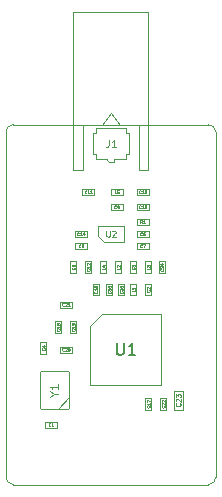
<source format=gbr>
%TF.GenerationSoftware,KiCad,Pcbnew,5.1.6+dfsg1-1~bpo10+1*%
%TF.CreationDate,2020-07-10T20:01:31+00:00*%
%TF.ProjectId,ProMicro_LORA,50726f4d-6963-4726-9f5f-4c4f52412e6b,v1.1*%
%TF.SameCoordinates,Original*%
%TF.FileFunction,Other,Fab,Top*%
%FSLAX45Y45*%
G04 Gerber Fmt 4.5, Leading zero omitted, Abs format (unit mm)*
G04 Created by KiCad (PCBNEW 5.1.6+dfsg1-1~bpo10+1) date 2020-07-10 20:01:31*
%MOMM*%
%LPD*%
G01*
G04 APERTURE LIST*
%TA.AperFunction,Profile*%
%ADD10C,0.100000*%
%TD*%
%ADD11C,0.100000*%
%ADD12C,0.150000*%
%ADD13C,0.090000*%
%ADD14C,0.040000*%
%ADD15C,0.075000*%
%ADD16C,0.060000*%
%ADD17C,0.105000*%
G04 APERTURE END LIST*
D10*
X-127000Y2857500D02*
X-127000Y-63500D01*
X1651000Y2857500D02*
X1651000Y-63500D01*
X-127000Y2857500D02*
G75*
G02*
X-63500Y2921000I63500J0D01*
G01*
X1587500Y2921000D02*
G75*
G02*
X1651000Y2857500I0J-63500D01*
G01*
X-63500Y2921000D02*
X1587500Y2921000D01*
X1651000Y-63500D02*
G75*
G02*
X1587500Y-127000I-63500J0D01*
G01*
X-63500Y-127000D02*
G75*
G02*
X-127000Y-63500I0J63500D01*
G01*
X1587500Y-127000D02*
X-63500Y-127000D01*
D11*
X689000Y1316000D02*
X1189000Y1316000D01*
X1189000Y1316000D02*
X1189000Y716000D01*
X1189000Y716000D02*
X589000Y716000D01*
X589000Y716000D02*
X589000Y1216000D01*
X589000Y1216000D02*
X689000Y1316000D01*
X912000Y2668000D02*
X892000Y2668000D01*
X892000Y2668000D02*
X892000Y2628000D01*
X792000Y2628000D02*
X892000Y2628000D01*
X792000Y2603000D02*
X792000Y2628000D01*
X792000Y2603000D02*
X747000Y2603000D01*
X732000Y2618000D02*
X732000Y2628000D01*
X732000Y2628000D02*
X632000Y2628000D01*
X612000Y2668000D02*
X632000Y2668000D01*
X632000Y2668000D02*
X632000Y2628000D01*
X912000Y2668000D02*
X912000Y2848000D01*
X912000Y2848000D02*
X892000Y2848000D01*
X892000Y2888000D02*
X892000Y2848000D01*
X632000Y2888000D02*
X892000Y2888000D01*
X612000Y2668000D02*
X612000Y2848000D01*
X612000Y2848000D02*
X632000Y2848000D01*
X632000Y2888000D02*
X632000Y2848000D01*
X732000Y2618000D02*
X747000Y2603000D01*
X875900Y1474000D02*
X825900Y1474000D01*
X825900Y1474000D02*
X825900Y1574000D01*
X825900Y1574000D02*
X875900Y1574000D01*
X875900Y1574000D02*
X875900Y1474000D01*
X1218800Y1664500D02*
X1168800Y1664500D01*
X1168800Y1664500D02*
X1168800Y1764500D01*
X1168800Y1764500D02*
X1218800Y1764500D01*
X1218800Y1764500D02*
X1218800Y1664500D01*
X558000Y2018900D02*
X558000Y1968900D01*
X558000Y1968900D02*
X458000Y1968900D01*
X458000Y1968900D02*
X458000Y2018900D01*
X458000Y2018900D02*
X558000Y2018900D01*
X981000Y2197500D02*
X981000Y2247500D01*
X981000Y2247500D02*
X1081000Y2247500D01*
X1081000Y2247500D02*
X1081000Y2197500D01*
X1081000Y2197500D02*
X981000Y2197500D01*
X546500Y1764500D02*
X596500Y1764500D01*
X596500Y1764500D02*
X596500Y1664500D01*
X596500Y1664500D02*
X546500Y1664500D01*
X546500Y1664500D02*
X546500Y1764500D01*
X621500Y2374500D02*
X621500Y2324500D01*
X621500Y2324500D02*
X521500Y2324500D01*
X521500Y2324500D02*
X521500Y2374500D01*
X521500Y2374500D02*
X621500Y2374500D01*
X981000Y2324500D02*
X981000Y2374500D01*
X981000Y2374500D02*
X1081000Y2374500D01*
X1081000Y2374500D02*
X1081000Y2324500D01*
X1081000Y2324500D02*
X981000Y2324500D01*
X860500Y2247500D02*
X860500Y2197500D01*
X860500Y2197500D02*
X760500Y2197500D01*
X760500Y2197500D02*
X760500Y2247500D01*
X760500Y2247500D02*
X860500Y2247500D01*
X558000Y1917300D02*
X558000Y1867300D01*
X558000Y1867300D02*
X458000Y1867300D01*
X458000Y1867300D02*
X458000Y1917300D01*
X458000Y1917300D02*
X558000Y1917300D01*
X981000Y1867300D02*
X981000Y1917300D01*
X981000Y1917300D02*
X1081000Y1917300D01*
X1081000Y1917300D02*
X1081000Y1867300D01*
X1081000Y1867300D02*
X981000Y1867300D01*
X981000Y2018900D02*
X1081000Y2018900D01*
X981000Y1968900D02*
X981000Y2018900D01*
X1081000Y1968900D02*
X981000Y1968900D01*
X1081000Y2018900D02*
X1081000Y1968900D01*
X469500Y1664500D02*
X419500Y1664500D01*
X419500Y1664500D02*
X419500Y1764500D01*
X419500Y1764500D02*
X469500Y1764500D01*
X469500Y1764500D02*
X469500Y1664500D01*
X927500Y1764500D02*
X977500Y1764500D01*
X977500Y1764500D02*
X977500Y1664500D01*
X977500Y1664500D02*
X927500Y1664500D01*
X927500Y1664500D02*
X927500Y1764500D01*
X1104500Y1474000D02*
X1054500Y1474000D01*
X1054500Y1474000D02*
X1054500Y1574000D01*
X1054500Y1574000D02*
X1104500Y1574000D01*
X1104500Y1574000D02*
X1104500Y1474000D01*
X652000Y2061400D02*
X652000Y1976400D01*
X702000Y1926400D02*
X872000Y1926400D01*
X652000Y2061400D02*
X872000Y2061400D01*
X872000Y2061400D02*
X872000Y1926400D01*
X652000Y1976400D02*
X702000Y1926400D01*
X1081000Y2120500D02*
X1081000Y2070500D01*
X1081000Y2070500D02*
X981000Y2070500D01*
X981000Y2070500D02*
X981000Y2120500D01*
X981000Y2120500D02*
X1081000Y2120500D01*
X860500Y2374500D02*
X860500Y2324500D01*
X860500Y2324500D02*
X760500Y2324500D01*
X760500Y2324500D02*
X760500Y2374500D01*
X760500Y2374500D02*
X860500Y2374500D01*
X723500Y1664500D02*
X673500Y1664500D01*
X673500Y1664500D02*
X673500Y1764500D01*
X673500Y1764500D02*
X723500Y1764500D01*
X723500Y1764500D02*
X723500Y1664500D01*
X1104500Y1664500D02*
X1054500Y1664500D01*
X1054500Y1664500D02*
X1054500Y1764500D01*
X1054500Y1764500D02*
X1104500Y1764500D01*
X1104500Y1764500D02*
X1104500Y1664500D01*
X800500Y1764500D02*
X850500Y1764500D01*
X850500Y1764500D02*
X850500Y1664500D01*
X850500Y1664500D02*
X800500Y1664500D01*
X800500Y1664500D02*
X800500Y1764500D01*
X977500Y1474000D02*
X927500Y1474000D01*
X927500Y1474000D02*
X927500Y1574000D01*
X927500Y1574000D02*
X977500Y1574000D01*
X977500Y1574000D02*
X977500Y1474000D01*
X762000Y3020500D02*
X837000Y2920500D01*
X687000Y2920500D02*
X762000Y3020500D01*
X445500Y3872500D02*
X1078500Y3872500D01*
X444500Y2539500D02*
X444500Y3872500D01*
X444500Y2539500D02*
X525500Y2539500D01*
X525500Y2539500D02*
X525500Y2920500D01*
X525500Y2920500D02*
X998500Y2920500D01*
X998500Y2920500D02*
X998500Y2539500D01*
X998500Y2539500D02*
X1079500Y2539500D01*
X1079500Y2539500D02*
X1079500Y3872500D01*
X1293500Y506750D02*
X1293500Y666750D01*
X1373500Y506750D02*
X1293500Y506750D01*
X1373500Y666750D02*
X1373500Y506750D01*
X1293500Y666750D02*
X1373500Y666750D01*
X310500Y513100D02*
X410500Y613100D01*
X170500Y513100D02*
X160500Y523100D01*
X400500Y513100D02*
X170500Y513100D01*
X410500Y523100D02*
X400500Y513100D01*
X410500Y823100D02*
X410500Y523100D01*
X400500Y833100D02*
X410500Y823100D01*
X170500Y833100D02*
X400500Y833100D01*
X160500Y823100D02*
X170500Y833100D01*
X160500Y523100D02*
X160500Y823100D01*
X1181500Y606500D02*
X1231500Y606500D01*
X1231500Y606500D02*
X1231500Y506500D01*
X1231500Y506500D02*
X1181500Y506500D01*
X1181500Y506500D02*
X1181500Y606500D01*
X431000Y1422000D02*
X431000Y1372000D01*
X431000Y1372000D02*
X331000Y1372000D01*
X331000Y1372000D02*
X331000Y1422000D01*
X331000Y1422000D02*
X431000Y1422000D01*
X431000Y1041000D02*
X431000Y991000D01*
X431000Y991000D02*
X331000Y991000D01*
X331000Y991000D02*
X331000Y1041000D01*
X331000Y1041000D02*
X431000Y1041000D01*
X419500Y1256500D02*
X469500Y1256500D01*
X469500Y1256500D02*
X469500Y1156500D01*
X469500Y1156500D02*
X419500Y1156500D01*
X419500Y1156500D02*
X419500Y1256500D01*
X342500Y1156500D02*
X292500Y1156500D01*
X292500Y1156500D02*
X292500Y1256500D01*
X292500Y1256500D02*
X342500Y1256500D01*
X342500Y1256500D02*
X342500Y1156500D01*
X1104500Y506500D02*
X1054500Y506500D01*
X1054500Y506500D02*
X1054500Y606500D01*
X1054500Y606500D02*
X1104500Y606500D01*
X1104500Y606500D02*
X1104500Y506500D01*
X610000Y1574000D02*
X660000Y1574000D01*
X660000Y1574000D02*
X660000Y1474000D01*
X660000Y1474000D02*
X610000Y1474000D01*
X610000Y1474000D02*
X610000Y1574000D01*
X774300Y1474000D02*
X724300Y1474000D01*
X724300Y1474000D02*
X724300Y1574000D01*
X724300Y1574000D02*
X774300Y1574000D01*
X774300Y1574000D02*
X774300Y1474000D01*
X215500Y981000D02*
X165500Y981000D01*
X165500Y981000D02*
X165500Y1081000D01*
X165500Y1081000D02*
X215500Y1081000D01*
X215500Y1081000D02*
X215500Y981000D01*
X304000Y406000D02*
X304000Y356000D01*
X304000Y356000D02*
X204000Y356000D01*
X204000Y356000D02*
X204000Y406000D01*
X204000Y406000D02*
X304000Y406000D01*
D12*
X812809Y1070762D02*
X812809Y989810D01*
X817571Y980286D01*
X822333Y975524D01*
X831857Y970762D01*
X850905Y970762D01*
X860428Y975524D01*
X865190Y980286D01*
X869952Y989810D01*
X869952Y1070762D01*
X969952Y970762D02*
X912809Y970762D01*
X941381Y970762D02*
X941381Y1070762D01*
X931857Y1056476D01*
X922333Y1046952D01*
X912809Y1042190D01*
D13*
X742000Y2790857D02*
X742000Y2748000D01*
X739143Y2739429D01*
X733428Y2733714D01*
X724857Y2730857D01*
X719143Y2730857D01*
X802000Y2730857D02*
X767714Y2730857D01*
X784857Y2730857D02*
X784857Y2790857D01*
X779143Y2782286D01*
X773428Y2776572D01*
X767714Y2773714D01*
D14*
X859828Y1507929D02*
X861019Y1506738D01*
X862209Y1503167D01*
X862209Y1500786D01*
X861019Y1497214D01*
X858638Y1494833D01*
X856257Y1493643D01*
X851495Y1492452D01*
X847924Y1492452D01*
X843162Y1493643D01*
X840781Y1494833D01*
X838400Y1497214D01*
X837209Y1500786D01*
X837209Y1503167D01*
X838400Y1506738D01*
X839590Y1507929D01*
X839590Y1517452D02*
X838400Y1518643D01*
X837209Y1521024D01*
X837209Y1526976D01*
X838400Y1529357D01*
X839590Y1530548D01*
X841971Y1531738D01*
X844352Y1531738D01*
X847924Y1530548D01*
X862209Y1516262D01*
X862209Y1531738D01*
X837209Y1554357D02*
X837209Y1542452D01*
X849114Y1541262D01*
X847924Y1542452D01*
X846733Y1544833D01*
X846733Y1550786D01*
X847924Y1553167D01*
X849114Y1554357D01*
X851495Y1555548D01*
X857448Y1555548D01*
X859828Y1554357D01*
X861019Y1553167D01*
X862209Y1550786D01*
X862209Y1544833D01*
X861019Y1542452D01*
X859828Y1541262D01*
X1202729Y1698429D02*
X1203919Y1697238D01*
X1205110Y1693667D01*
X1205110Y1691286D01*
X1203919Y1687714D01*
X1201538Y1685333D01*
X1199157Y1684143D01*
X1194395Y1682952D01*
X1190824Y1682952D01*
X1186062Y1684143D01*
X1183681Y1685333D01*
X1181300Y1687714D01*
X1180110Y1691286D01*
X1180110Y1693667D01*
X1181300Y1697238D01*
X1182490Y1698429D01*
X1182490Y1707952D02*
X1181300Y1709143D01*
X1180110Y1711524D01*
X1180110Y1717476D01*
X1181300Y1719857D01*
X1182490Y1721048D01*
X1184871Y1722238D01*
X1187252Y1722238D01*
X1190824Y1721048D01*
X1205110Y1706762D01*
X1205110Y1722238D01*
X1188443Y1743667D02*
X1205110Y1743667D01*
X1178919Y1737714D02*
X1196776Y1731762D01*
X1196776Y1747238D01*
X491928Y1984971D02*
X490738Y1983781D01*
X487167Y1982590D01*
X484786Y1982590D01*
X481214Y1983781D01*
X478833Y1986162D01*
X477643Y1988543D01*
X476452Y1993305D01*
X476452Y1996876D01*
X477643Y2001638D01*
X478833Y2004019D01*
X481214Y2006400D01*
X484786Y2007590D01*
X487167Y2007590D01*
X490738Y2006400D01*
X491928Y2005210D01*
X515738Y1982590D02*
X501452Y1982590D01*
X508595Y1982590D02*
X508595Y2007590D01*
X506214Y2004019D01*
X503833Y2001638D01*
X501452Y2000448D01*
X537167Y1999257D02*
X537167Y1982590D01*
X531214Y2008781D02*
X525262Y1990924D01*
X540738Y1990924D01*
X1014928Y2213572D02*
X1013738Y2212381D01*
X1010167Y2211191D01*
X1007786Y2211191D01*
X1004214Y2212381D01*
X1001833Y2214762D01*
X1000643Y2217143D01*
X999452Y2221905D01*
X999452Y2225476D01*
X1000643Y2230238D01*
X1001833Y2232619D01*
X1004214Y2235000D01*
X1007786Y2236191D01*
X1010167Y2236191D01*
X1013738Y2235000D01*
X1014928Y2233810D01*
X1038738Y2211191D02*
X1024452Y2211191D01*
X1031595Y2211191D02*
X1031595Y2236191D01*
X1029214Y2232619D01*
X1026833Y2230238D01*
X1024452Y2229048D01*
X1047071Y2236191D02*
X1062548Y2236191D01*
X1054214Y2226667D01*
X1057786Y2226667D01*
X1060167Y2225476D01*
X1061357Y2224286D01*
X1062548Y2221905D01*
X1062548Y2215952D01*
X1061357Y2213572D01*
X1060167Y2212381D01*
X1057786Y2211191D01*
X1050643Y2211191D01*
X1048262Y2212381D01*
X1047071Y2213572D01*
X580429Y1698429D02*
X581619Y1697238D01*
X582810Y1693667D01*
X582810Y1691286D01*
X581619Y1687714D01*
X579238Y1685333D01*
X576857Y1684143D01*
X572095Y1682952D01*
X568524Y1682952D01*
X563762Y1684143D01*
X561381Y1685333D01*
X559000Y1687714D01*
X557810Y1691286D01*
X557810Y1693667D01*
X559000Y1697238D01*
X560190Y1698429D01*
X582810Y1722238D02*
X582810Y1707952D01*
X582810Y1715095D02*
X557810Y1715095D01*
X561381Y1712714D01*
X563762Y1710333D01*
X564952Y1707952D01*
X560190Y1731762D02*
X559000Y1732952D01*
X557810Y1735333D01*
X557810Y1741286D01*
X559000Y1743667D01*
X560190Y1744857D01*
X562571Y1746048D01*
X564952Y1746048D01*
X568524Y1744857D01*
X582810Y1730571D01*
X582810Y1746048D01*
X555429Y2340572D02*
X554238Y2339381D01*
X550667Y2338191D01*
X548286Y2338191D01*
X544714Y2339381D01*
X542333Y2341762D01*
X541143Y2344143D01*
X539952Y2348905D01*
X539952Y2352476D01*
X541143Y2357238D01*
X542333Y2359619D01*
X544714Y2362000D01*
X548286Y2363191D01*
X550667Y2363191D01*
X554238Y2362000D01*
X555429Y2360810D01*
X579238Y2338191D02*
X564952Y2338191D01*
X572095Y2338191D02*
X572095Y2363191D01*
X569714Y2359619D01*
X567333Y2357238D01*
X564952Y2356048D01*
X603048Y2338191D02*
X588762Y2338191D01*
X595905Y2338191D02*
X595905Y2363191D01*
X593524Y2359619D01*
X591143Y2357238D01*
X588762Y2356048D01*
X1014928Y2340572D02*
X1013738Y2339381D01*
X1010167Y2338191D01*
X1007786Y2338191D01*
X1004214Y2339381D01*
X1001833Y2341762D01*
X1000643Y2344143D01*
X999452Y2348905D01*
X999452Y2352476D01*
X1000643Y2357238D01*
X1001833Y2359619D01*
X1004214Y2362000D01*
X1007786Y2363191D01*
X1010167Y2363191D01*
X1013738Y2362000D01*
X1014928Y2360810D01*
X1038738Y2338191D02*
X1024452Y2338191D01*
X1031595Y2338191D02*
X1031595Y2363191D01*
X1029214Y2359619D01*
X1026833Y2357238D01*
X1024452Y2356048D01*
X1054214Y2363191D02*
X1056595Y2363191D01*
X1058976Y2362000D01*
X1060167Y2360810D01*
X1061357Y2358429D01*
X1062548Y2353667D01*
X1062548Y2347714D01*
X1061357Y2342952D01*
X1060167Y2340572D01*
X1058976Y2339381D01*
X1056595Y2338191D01*
X1054214Y2338191D01*
X1051833Y2339381D01*
X1050643Y2340572D01*
X1049452Y2342952D01*
X1048262Y2347714D01*
X1048262Y2353667D01*
X1049452Y2358429D01*
X1050643Y2360810D01*
X1051833Y2362000D01*
X1054214Y2363191D01*
X806333Y2213572D02*
X805143Y2212381D01*
X801571Y2211191D01*
X799190Y2211191D01*
X795619Y2212381D01*
X793238Y2214762D01*
X792048Y2217143D01*
X790857Y2221905D01*
X790857Y2225476D01*
X792048Y2230238D01*
X793238Y2232619D01*
X795619Y2235000D01*
X799190Y2236191D01*
X801571Y2236191D01*
X805143Y2235000D01*
X806333Y2233810D01*
X818238Y2211191D02*
X823000Y2211191D01*
X825381Y2212381D01*
X826571Y2213572D01*
X828952Y2217143D01*
X830143Y2221905D01*
X830143Y2231429D01*
X828952Y2233810D01*
X827762Y2235000D01*
X825381Y2236191D01*
X820619Y2236191D01*
X818238Y2235000D01*
X817048Y2233810D01*
X815857Y2231429D01*
X815857Y2225476D01*
X817048Y2223095D01*
X818238Y2221905D01*
X820619Y2220714D01*
X825381Y2220714D01*
X827762Y2221905D01*
X828952Y2223095D01*
X830143Y2225476D01*
X503833Y1883371D02*
X502643Y1882181D01*
X499071Y1880990D01*
X496690Y1880990D01*
X493119Y1882181D01*
X490738Y1884562D01*
X489548Y1886943D01*
X488357Y1891705D01*
X488357Y1895276D01*
X489548Y1900038D01*
X490738Y1902419D01*
X493119Y1904800D01*
X496690Y1905990D01*
X499071Y1905990D01*
X502643Y1904800D01*
X503833Y1903610D01*
X518119Y1895276D02*
X515738Y1896467D01*
X514548Y1897657D01*
X513357Y1900038D01*
X513357Y1901229D01*
X514548Y1903610D01*
X515738Y1904800D01*
X518119Y1905990D01*
X522881Y1905990D01*
X525262Y1904800D01*
X526452Y1903610D01*
X527643Y1901229D01*
X527643Y1900038D01*
X526452Y1897657D01*
X525262Y1896467D01*
X522881Y1895276D01*
X518119Y1895276D01*
X515738Y1894086D01*
X514548Y1892895D01*
X513357Y1890514D01*
X513357Y1885752D01*
X514548Y1883371D01*
X515738Y1882181D01*
X518119Y1880990D01*
X522881Y1880990D01*
X525262Y1882181D01*
X526452Y1883371D01*
X527643Y1885752D01*
X527643Y1890514D01*
X526452Y1892895D01*
X525262Y1894086D01*
X522881Y1895276D01*
X1026833Y1883371D02*
X1025643Y1882181D01*
X1022071Y1880990D01*
X1019690Y1880990D01*
X1016119Y1882181D01*
X1013738Y1884562D01*
X1012548Y1886943D01*
X1011357Y1891705D01*
X1011357Y1895276D01*
X1012548Y1900038D01*
X1013738Y1902419D01*
X1016119Y1904800D01*
X1019690Y1905990D01*
X1022071Y1905990D01*
X1025643Y1904800D01*
X1026833Y1903610D01*
X1035167Y1905990D02*
X1051833Y1905990D01*
X1041119Y1880990D01*
X1026833Y1984971D02*
X1025643Y1983781D01*
X1022071Y1982590D01*
X1019690Y1982590D01*
X1016119Y1983781D01*
X1013738Y1986162D01*
X1012548Y1988543D01*
X1011357Y1993305D01*
X1011357Y1996876D01*
X1012548Y2001638D01*
X1013738Y2004019D01*
X1016119Y2006400D01*
X1019690Y2007590D01*
X1022071Y2007590D01*
X1025643Y2006400D01*
X1026833Y2005210D01*
X1048262Y2007590D02*
X1043500Y2007590D01*
X1041119Y2006400D01*
X1039928Y2005210D01*
X1037548Y2001638D01*
X1036357Y1996876D01*
X1036357Y1987352D01*
X1037548Y1984971D01*
X1038738Y1983781D01*
X1041119Y1982590D01*
X1045881Y1982590D01*
X1048262Y1983781D01*
X1049452Y1984971D01*
X1050643Y1987352D01*
X1050643Y1993305D01*
X1049452Y1995686D01*
X1048262Y1996876D01*
X1045881Y1998067D01*
X1041119Y1998067D01*
X1038738Y1996876D01*
X1037548Y1995686D01*
X1036357Y1993305D01*
X453428Y1710333D02*
X454619Y1709143D01*
X455809Y1705571D01*
X455809Y1703190D01*
X454619Y1699619D01*
X452238Y1697238D01*
X449857Y1696048D01*
X445095Y1694857D01*
X441524Y1694857D01*
X436762Y1696048D01*
X434381Y1697238D01*
X432000Y1699619D01*
X430809Y1703190D01*
X430809Y1705571D01*
X432000Y1709143D01*
X433190Y1710333D01*
X430809Y1732952D02*
X430809Y1721048D01*
X442714Y1719857D01*
X441524Y1721048D01*
X440333Y1723429D01*
X440333Y1729381D01*
X441524Y1731762D01*
X442714Y1732952D01*
X445095Y1734143D01*
X451048Y1734143D01*
X453428Y1732952D01*
X454619Y1731762D01*
X455809Y1729381D01*
X455809Y1723429D01*
X454619Y1721048D01*
X453428Y1719857D01*
X961428Y1710333D02*
X962619Y1709143D01*
X963809Y1705571D01*
X963809Y1703190D01*
X962619Y1699619D01*
X960238Y1697238D01*
X957857Y1696048D01*
X953095Y1694857D01*
X949524Y1694857D01*
X944762Y1696048D01*
X942381Y1697238D01*
X940000Y1699619D01*
X938809Y1703190D01*
X938809Y1705571D01*
X940000Y1709143D01*
X941190Y1710333D01*
X938809Y1718667D02*
X938809Y1734143D01*
X948333Y1725810D01*
X948333Y1729381D01*
X949524Y1731762D01*
X950714Y1732952D01*
X953095Y1734143D01*
X959048Y1734143D01*
X961428Y1732952D01*
X962619Y1731762D01*
X963809Y1729381D01*
X963809Y1722238D01*
X962619Y1719857D01*
X961428Y1718667D01*
X1088429Y1519833D02*
X1089619Y1518643D01*
X1090810Y1515071D01*
X1090810Y1512690D01*
X1089619Y1509119D01*
X1087238Y1506738D01*
X1084857Y1505548D01*
X1080095Y1504357D01*
X1076524Y1504357D01*
X1071762Y1505548D01*
X1069381Y1506738D01*
X1067000Y1509119D01*
X1065810Y1512690D01*
X1065810Y1515071D01*
X1067000Y1518643D01*
X1068190Y1519833D01*
X1068190Y1529357D02*
X1067000Y1530548D01*
X1065810Y1532929D01*
X1065810Y1538881D01*
X1067000Y1541262D01*
X1068190Y1542452D01*
X1070571Y1543643D01*
X1072952Y1543643D01*
X1076524Y1542452D01*
X1090810Y1528167D01*
X1090810Y1543643D01*
D15*
X723905Y2021281D02*
X723905Y1980805D01*
X726286Y1976043D01*
X728667Y1973662D01*
X733428Y1971281D01*
X742952Y1971281D01*
X747714Y1973662D01*
X750095Y1976043D01*
X752476Y1980805D01*
X752476Y2021281D01*
X773905Y2016519D02*
X776286Y2018900D01*
X781048Y2021281D01*
X792952Y2021281D01*
X797714Y2018900D01*
X800095Y2016519D01*
X802476Y2011757D01*
X802476Y2006995D01*
X800095Y1999852D01*
X771524Y1971281D01*
X802476Y1971281D01*
D14*
X1026833Y2084190D02*
X1018500Y2096095D01*
X1012548Y2084190D02*
X1012548Y2109191D01*
X1022071Y2109191D01*
X1024452Y2108000D01*
X1025643Y2106810D01*
X1026833Y2104429D01*
X1026833Y2100857D01*
X1025643Y2098476D01*
X1024452Y2097286D01*
X1022071Y2096095D01*
X1012548Y2096095D01*
X1050643Y2084190D02*
X1036357Y2084190D01*
X1043500Y2084190D02*
X1043500Y2109191D01*
X1041119Y2105619D01*
X1038738Y2103238D01*
X1036357Y2102048D01*
X806333Y2338191D02*
X794428Y2338191D01*
X794428Y2363191D01*
X826571Y2363191D02*
X814667Y2363191D01*
X813476Y2351286D01*
X814667Y2352476D01*
X817048Y2353667D01*
X823000Y2353667D01*
X825381Y2352476D01*
X826571Y2351286D01*
X827762Y2348905D01*
X827762Y2342952D01*
X826571Y2340572D01*
X825381Y2339381D01*
X823000Y2338191D01*
X817048Y2338191D01*
X814667Y2339381D01*
X813476Y2340572D01*
X709809Y1710333D02*
X709809Y1698429D01*
X684810Y1698429D01*
X693143Y1729381D02*
X709809Y1729381D01*
X683619Y1723429D02*
X701476Y1717476D01*
X701476Y1732952D01*
X1090810Y1710333D02*
X1090810Y1698429D01*
X1065810Y1698429D01*
X1065810Y1716286D02*
X1065810Y1731762D01*
X1075333Y1723429D01*
X1075333Y1727000D01*
X1076524Y1729381D01*
X1077714Y1730571D01*
X1080095Y1731762D01*
X1086048Y1731762D01*
X1088429Y1730571D01*
X1089619Y1729381D01*
X1090810Y1727000D01*
X1090810Y1719857D01*
X1089619Y1717476D01*
X1088429Y1716286D01*
X836809Y1710333D02*
X836809Y1698429D01*
X811809Y1698429D01*
X814190Y1717476D02*
X813000Y1718667D01*
X811809Y1721048D01*
X811809Y1727000D01*
X813000Y1729381D01*
X814190Y1730571D01*
X816571Y1731762D01*
X818952Y1731762D01*
X822524Y1730571D01*
X836809Y1716286D01*
X836809Y1731762D01*
X963809Y1519833D02*
X963809Y1507929D01*
X938809Y1507929D01*
X963809Y1541262D02*
X963809Y1526976D01*
X963809Y1534119D02*
X938809Y1534119D01*
X942381Y1531738D01*
X944762Y1529357D01*
X945952Y1526976D01*
D16*
X1347786Y561036D02*
X1349690Y559131D01*
X1351595Y553417D01*
X1351595Y549607D01*
X1349690Y543893D01*
X1345881Y540083D01*
X1342071Y538179D01*
X1334452Y536274D01*
X1328738Y536274D01*
X1321119Y538179D01*
X1317310Y540083D01*
X1313500Y543893D01*
X1311595Y549607D01*
X1311595Y553417D01*
X1313500Y559131D01*
X1315405Y561036D01*
X1315405Y576274D02*
X1313500Y578179D01*
X1311595Y581988D01*
X1311595Y591512D01*
X1313500Y595322D01*
X1315405Y597226D01*
X1319214Y599131D01*
X1323024Y599131D01*
X1328738Y597226D01*
X1351595Y574369D01*
X1351595Y599131D01*
X1311595Y612464D02*
X1311595Y637226D01*
X1326833Y623893D01*
X1326833Y629607D01*
X1328738Y633417D01*
X1330643Y635322D01*
X1334452Y637226D01*
X1343976Y637226D01*
X1347786Y635322D01*
X1349690Y633417D01*
X1351595Y629607D01*
X1351595Y618179D01*
X1349690Y614369D01*
X1347786Y612464D01*
D17*
X283833Y639767D02*
X317167Y639767D01*
X247167Y616433D02*
X283833Y639767D01*
X247167Y663100D01*
X317167Y723100D02*
X317167Y683100D01*
X317167Y703100D02*
X247167Y703100D01*
X257167Y696433D01*
X263833Y689767D01*
X267167Y683100D01*
D14*
X1215429Y540429D02*
X1216619Y539238D01*
X1217810Y535667D01*
X1217810Y533286D01*
X1216619Y529714D01*
X1214238Y527333D01*
X1211857Y526143D01*
X1207095Y524952D01*
X1203524Y524952D01*
X1198762Y526143D01*
X1196381Y527333D01*
X1194000Y529714D01*
X1192810Y533286D01*
X1192810Y535667D01*
X1194000Y539238D01*
X1195190Y540429D01*
X1195190Y549952D02*
X1194000Y551143D01*
X1192810Y553524D01*
X1192810Y559476D01*
X1194000Y561857D01*
X1195190Y563048D01*
X1197571Y564238D01*
X1199952Y564238D01*
X1203524Y563048D01*
X1217810Y548762D01*
X1217810Y564238D01*
X1195190Y573762D02*
X1194000Y574952D01*
X1192810Y577333D01*
X1192810Y583286D01*
X1194000Y585667D01*
X1195190Y586857D01*
X1197571Y588048D01*
X1199952Y588048D01*
X1203524Y586857D01*
X1217810Y572572D01*
X1217810Y588048D01*
X364928Y1388072D02*
X363738Y1386881D01*
X360167Y1385691D01*
X357786Y1385691D01*
X354214Y1386881D01*
X351833Y1389262D01*
X350643Y1391643D01*
X349452Y1396405D01*
X349452Y1399976D01*
X350643Y1404738D01*
X351833Y1407119D01*
X354214Y1409500D01*
X357786Y1410690D01*
X360167Y1410690D01*
X363738Y1409500D01*
X364928Y1408310D01*
X374452Y1408310D02*
X375643Y1409500D01*
X378024Y1410690D01*
X383976Y1410690D01*
X386357Y1409500D01*
X387548Y1408310D01*
X388738Y1405929D01*
X388738Y1403548D01*
X387548Y1399976D01*
X373262Y1385691D01*
X388738Y1385691D01*
X412548Y1385691D02*
X398262Y1385691D01*
X405405Y1385691D02*
X405405Y1410690D01*
X403024Y1407119D01*
X400643Y1404738D01*
X398262Y1403548D01*
X364928Y1007071D02*
X363738Y1005881D01*
X360167Y1004690D01*
X357786Y1004690D01*
X354214Y1005881D01*
X351833Y1008262D01*
X350643Y1010643D01*
X349452Y1015405D01*
X349452Y1018976D01*
X350643Y1023738D01*
X351833Y1026119D01*
X354214Y1028500D01*
X357786Y1029690D01*
X360167Y1029690D01*
X363738Y1028500D01*
X364928Y1027310D01*
X374452Y1027310D02*
X375643Y1028500D01*
X378024Y1029690D01*
X383976Y1029690D01*
X386357Y1028500D01*
X387548Y1027310D01*
X388738Y1024929D01*
X388738Y1022548D01*
X387548Y1018976D01*
X373262Y1004690D01*
X388738Y1004690D01*
X404214Y1029690D02*
X406595Y1029690D01*
X408976Y1028500D01*
X410167Y1027310D01*
X411357Y1024929D01*
X412548Y1020167D01*
X412548Y1014214D01*
X411357Y1009452D01*
X410167Y1007071D01*
X408976Y1005881D01*
X406595Y1004690D01*
X404214Y1004690D01*
X401833Y1005881D01*
X400643Y1007071D01*
X399452Y1009452D01*
X398262Y1014214D01*
X398262Y1020167D01*
X399452Y1024929D01*
X400643Y1027310D01*
X401833Y1028500D01*
X404214Y1029690D01*
X453428Y1190429D02*
X454619Y1189238D01*
X455809Y1185667D01*
X455809Y1183286D01*
X454619Y1179714D01*
X452238Y1177333D01*
X449857Y1176143D01*
X445095Y1174952D01*
X441524Y1174952D01*
X436762Y1176143D01*
X434381Y1177333D01*
X432000Y1179714D01*
X430809Y1183286D01*
X430809Y1185667D01*
X432000Y1189238D01*
X433190Y1190429D01*
X455809Y1214238D02*
X455809Y1199952D01*
X455809Y1207095D02*
X430809Y1207095D01*
X434381Y1204714D01*
X436762Y1202333D01*
X437952Y1199952D01*
X455809Y1226143D02*
X455809Y1230905D01*
X454619Y1233286D01*
X453428Y1234476D01*
X449857Y1236857D01*
X445095Y1238048D01*
X435571Y1238048D01*
X433190Y1236857D01*
X432000Y1235667D01*
X430809Y1233286D01*
X430809Y1228524D01*
X432000Y1226143D01*
X433190Y1224952D01*
X435571Y1223762D01*
X441524Y1223762D01*
X443905Y1224952D01*
X445095Y1226143D01*
X446286Y1228524D01*
X446286Y1233286D01*
X445095Y1235667D01*
X443905Y1236857D01*
X441524Y1238048D01*
X326429Y1190429D02*
X327619Y1189238D01*
X328810Y1185667D01*
X328810Y1183286D01*
X327619Y1179714D01*
X325238Y1177333D01*
X322857Y1176143D01*
X318095Y1174952D01*
X314524Y1174952D01*
X309762Y1176143D01*
X307381Y1177333D01*
X305000Y1179714D01*
X303810Y1183286D01*
X303810Y1185667D01*
X305000Y1189238D01*
X306190Y1190429D01*
X328810Y1214238D02*
X328810Y1199952D01*
X328810Y1207095D02*
X303810Y1207095D01*
X307381Y1204714D01*
X309762Y1202333D01*
X310952Y1199952D01*
X314524Y1228524D02*
X313333Y1226143D01*
X312143Y1224952D01*
X309762Y1223762D01*
X308571Y1223762D01*
X306190Y1224952D01*
X305000Y1226143D01*
X303810Y1228524D01*
X303810Y1233286D01*
X305000Y1235667D01*
X306190Y1236857D01*
X308571Y1238048D01*
X309762Y1238048D01*
X312143Y1236857D01*
X313333Y1235667D01*
X314524Y1233286D01*
X314524Y1228524D01*
X315714Y1226143D01*
X316905Y1224952D01*
X319286Y1223762D01*
X324048Y1223762D01*
X326429Y1224952D01*
X327619Y1226143D01*
X328810Y1228524D01*
X328810Y1233286D01*
X327619Y1235667D01*
X326429Y1236857D01*
X324048Y1238048D01*
X319286Y1238048D01*
X316905Y1236857D01*
X315714Y1235667D01*
X314524Y1233286D01*
X1088429Y540429D02*
X1089619Y539238D01*
X1090810Y535667D01*
X1090810Y533286D01*
X1089619Y529714D01*
X1087238Y527333D01*
X1084857Y526143D01*
X1080095Y524952D01*
X1076524Y524952D01*
X1071762Y526143D01*
X1069381Y527333D01*
X1067000Y529714D01*
X1065810Y533286D01*
X1065810Y535667D01*
X1067000Y539238D01*
X1068190Y540429D01*
X1090810Y564238D02*
X1090810Y549952D01*
X1090810Y557095D02*
X1065810Y557095D01*
X1069381Y554714D01*
X1071762Y552333D01*
X1072952Y549952D01*
X1065810Y572572D02*
X1065810Y589238D01*
X1090810Y578524D01*
X643929Y1507929D02*
X645119Y1506738D01*
X646310Y1503167D01*
X646310Y1500786D01*
X645119Y1497214D01*
X642738Y1494833D01*
X640357Y1493643D01*
X635595Y1492452D01*
X632024Y1492452D01*
X627262Y1493643D01*
X624881Y1494833D01*
X622500Y1497214D01*
X621310Y1500786D01*
X621310Y1503167D01*
X622500Y1506738D01*
X623690Y1507929D01*
X646310Y1531738D02*
X646310Y1517452D01*
X646310Y1524595D02*
X621310Y1524595D01*
X624881Y1522214D01*
X627262Y1519833D01*
X628452Y1517452D01*
X621310Y1553167D02*
X621310Y1548405D01*
X622500Y1546024D01*
X623690Y1544833D01*
X627262Y1542452D01*
X632024Y1541262D01*
X641548Y1541262D01*
X643929Y1542452D01*
X645119Y1543643D01*
X646310Y1546024D01*
X646310Y1550786D01*
X645119Y1553167D01*
X643929Y1554357D01*
X641548Y1555548D01*
X635595Y1555548D01*
X633214Y1554357D01*
X632024Y1553167D01*
X630833Y1550786D01*
X630833Y1546024D01*
X632024Y1543643D01*
X633214Y1542452D01*
X635595Y1541262D01*
X758228Y1507929D02*
X759419Y1506738D01*
X760609Y1503167D01*
X760609Y1500786D01*
X759419Y1497214D01*
X757038Y1494833D01*
X754657Y1493643D01*
X749895Y1492452D01*
X746324Y1492452D01*
X741562Y1493643D01*
X739181Y1494833D01*
X736800Y1497214D01*
X735609Y1500786D01*
X735609Y1503167D01*
X736800Y1506738D01*
X737990Y1507929D01*
X760609Y1531738D02*
X760609Y1517452D01*
X760609Y1524595D02*
X735609Y1524595D01*
X739181Y1522214D01*
X741562Y1519833D01*
X742752Y1517452D01*
X735609Y1554357D02*
X735609Y1542452D01*
X747514Y1541262D01*
X746324Y1542452D01*
X745133Y1544833D01*
X745133Y1550786D01*
X746324Y1553167D01*
X747514Y1554357D01*
X749895Y1555548D01*
X755848Y1555548D01*
X758228Y1554357D01*
X759419Y1553167D01*
X760609Y1550786D01*
X760609Y1544833D01*
X759419Y1542452D01*
X758228Y1541262D01*
X199428Y1026833D02*
X200619Y1025643D01*
X201809Y1022071D01*
X201809Y1019690D01*
X200619Y1016119D01*
X198238Y1013738D01*
X195857Y1012548D01*
X191095Y1011357D01*
X187524Y1011357D01*
X182762Y1012548D01*
X180381Y1013738D01*
X178000Y1016119D01*
X176809Y1019690D01*
X176809Y1022071D01*
X178000Y1025643D01*
X179190Y1026833D01*
X185143Y1048262D02*
X201809Y1048262D01*
X175619Y1042310D02*
X193476Y1036357D01*
X193476Y1051833D01*
X249833Y372071D02*
X248643Y370881D01*
X245071Y369690D01*
X242690Y369690D01*
X239119Y370881D01*
X236738Y373262D01*
X235548Y375643D01*
X234357Y380405D01*
X234357Y383976D01*
X235548Y388738D01*
X236738Y391119D01*
X239119Y393500D01*
X242690Y394690D01*
X245071Y394690D01*
X248643Y393500D01*
X249833Y392310D01*
X273643Y369690D02*
X259357Y369690D01*
X266500Y369690D02*
X266500Y394690D01*
X264119Y391119D01*
X261738Y388738D01*
X259357Y387548D01*
M02*

</source>
